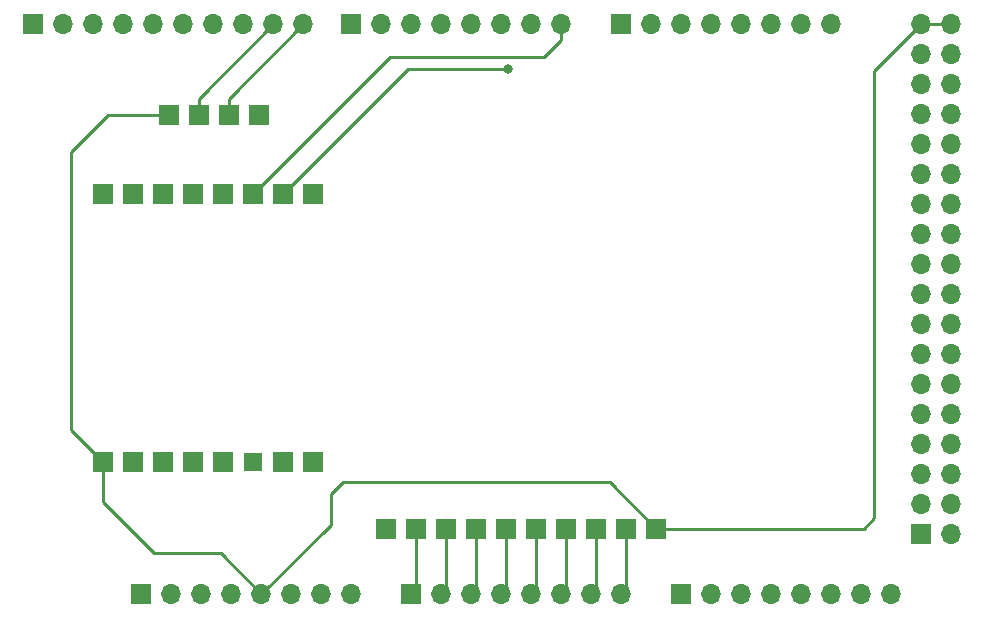
<source format=gbr>
%TF.GenerationSoftware,KiCad,Pcbnew,(6.0.7)*%
%TF.CreationDate,2022-08-30T16:18:00+09:00*%
%TF.ProjectId,jongseol,6a6f6e67-7365-46f6-9c2e-6b696361645f,rev?*%
%TF.SameCoordinates,Original*%
%TF.FileFunction,Copper,L1,Top*%
%TF.FilePolarity,Positive*%
%FSLAX46Y46*%
G04 Gerber Fmt 4.6, Leading zero omitted, Abs format (unit mm)*
G04 Created by KiCad (PCBNEW (6.0.7)) date 2022-08-30 16:18:00*
%MOMM*%
%LPD*%
G01*
G04 APERTURE LIST*
%TA.AperFunction,ComponentPad*%
%ADD10R,1.700000X1.700000*%
%TD*%
%TA.AperFunction,ComponentPad*%
%ADD11O,1.700000X1.700000*%
%TD*%
%TA.AperFunction,ComponentPad*%
%ADD12R,1.524000X1.524000*%
%TD*%
%TA.AperFunction,ViaPad*%
%ADD13C,0.800000*%
%TD*%
%TA.AperFunction,Conductor*%
%ADD14C,0.250000*%
%TD*%
G04 APERTURE END LIST*
D10*
%TO.P,J4,1,Pin_1*%
%TO.N,GND*%
X193980000Y-92380000D03*
D11*
%TO.P,J4,2,Pin_2*%
X196520000Y-92380000D03*
%TO.P,J4,3,Pin_3*%
%TO.N,/\u002A52*%
X193980000Y-89840000D03*
%TO.P,J4,4,Pin_4*%
%TO.N,/53*%
X196520000Y-89840000D03*
%TO.P,J4,5,Pin_5*%
%TO.N,/50*%
X193980000Y-87300000D03*
%TO.P,J4,6,Pin_6*%
%TO.N,/51*%
X196520000Y-87300000D03*
%TO.P,J4,7,Pin_7*%
%TO.N,/48*%
X193980000Y-84760000D03*
%TO.P,J4,8,Pin_8*%
%TO.N,/49*%
X196520000Y-84760000D03*
%TO.P,J4,9,Pin_9*%
%TO.N,/\u002A46*%
X193980000Y-82220000D03*
%TO.P,J4,10,Pin_10*%
%TO.N,/47*%
X196520000Y-82220000D03*
%TO.P,J4,11,Pin_11*%
%TO.N,/\u002A44*%
X193980000Y-79680000D03*
%TO.P,J4,12,Pin_12*%
%TO.N,/\u002A45*%
X196520000Y-79680000D03*
%TO.P,J4,13,Pin_13*%
%TO.N,/42*%
X193980000Y-77140000D03*
%TO.P,J4,14,Pin_14*%
%TO.N,/43*%
X196520000Y-77140000D03*
%TO.P,J4,15,Pin_15*%
%TO.N,/40*%
X193980000Y-74600000D03*
%TO.P,J4,16,Pin_16*%
%TO.N,/41*%
X196520000Y-74600000D03*
%TO.P,J4,17,Pin_17*%
%TO.N,/38*%
X193980000Y-72060000D03*
%TO.P,J4,18,Pin_18*%
%TO.N,/39*%
X196520000Y-72060000D03*
%TO.P,J4,19,Pin_19*%
%TO.N,/36*%
X193980000Y-69520000D03*
%TO.P,J4,20,Pin_20*%
%TO.N,/37*%
X196520000Y-69520000D03*
%TO.P,J4,21,Pin_21*%
%TO.N,/34*%
X193980000Y-66980000D03*
%TO.P,J4,22,Pin_22*%
%TO.N,/35*%
X196520000Y-66980000D03*
%TO.P,J4,23,Pin_23*%
%TO.N,/32*%
X193980000Y-64440000D03*
%TO.P,J4,24,Pin_24*%
%TO.N,/33*%
X196520000Y-64440000D03*
%TO.P,J4,25,Pin_25*%
%TO.N,/30*%
X193980000Y-61900000D03*
%TO.P,J4,26,Pin_26*%
%TO.N,/31*%
X196520000Y-61900000D03*
%TO.P,J4,27,Pin_27*%
%TO.N,/28*%
X193980000Y-59360000D03*
%TO.P,J4,28,Pin_28*%
%TO.N,/29*%
X196520000Y-59360000D03*
%TO.P,J4,29,Pin_29*%
%TO.N,/26*%
X193980000Y-56820000D03*
%TO.P,J4,30,Pin_30*%
%TO.N,/27*%
X196520000Y-56820000D03*
%TO.P,J4,31,Pin_31*%
%TO.N,/24*%
X193980000Y-54280000D03*
%TO.P,J4,32,Pin_32*%
%TO.N,/25*%
X196520000Y-54280000D03*
%TO.P,J4,33,Pin_33*%
%TO.N,/22*%
X193980000Y-51740000D03*
%TO.P,J4,34,Pin_34*%
%TO.N,/23*%
X196520000Y-51740000D03*
%TO.P,J4,35,Pin_35*%
%TO.N,+5V*%
X193980000Y-49200000D03*
%TO.P,J4,36,Pin_36*%
X196520000Y-49200000D03*
%TD*%
D10*
%TO.P,J1,1,Pin_1*%
%TO.N,unconnected-(J1-Pad1)*%
X127940000Y-97460000D03*
D11*
%TO.P,J1,2,Pin_2*%
%TO.N,/IOREF*%
X130480000Y-97460000D03*
%TO.P,J1,3,Pin_3*%
%TO.N,/~{RESET}*%
X133020000Y-97460000D03*
%TO.P,J1,4,Pin_4*%
%TO.N,+3V3*%
X135560000Y-97460000D03*
%TO.P,J1,5,Pin_5*%
%TO.N,+5V*%
X138100000Y-97460000D03*
%TO.P,J1,6,Pin_6*%
%TO.N,GND*%
X140640000Y-97460000D03*
%TO.P,J1,7,Pin_7*%
X143180000Y-97460000D03*
%TO.P,J1,8,Pin_8*%
%TO.N,VCC*%
X145720000Y-97460000D03*
%TD*%
D10*
%TO.P,J2,1,Pin_1*%
%TO.N,Relay_1*%
X150800000Y-97460000D03*
D11*
%TO.P,J2,2,Pin_2*%
%TO.N,Relay_2*%
X153340000Y-97460000D03*
%TO.P,J2,3,Pin_3*%
%TO.N,Relay_3*%
X155880000Y-97460000D03*
%TO.P,J2,4,Pin_4*%
%TO.N,Relay_4*%
X158420000Y-97460000D03*
%TO.P,J2,5,Pin_5*%
%TO.N,Relay_5*%
X160960000Y-97460000D03*
%TO.P,J2,6,Pin_6*%
%TO.N,Relay_6*%
X163500000Y-97460000D03*
%TO.P,J2,7,Pin_7*%
%TO.N,Relay_7*%
X166040000Y-97460000D03*
%TO.P,J2,8,Pin_8*%
%TO.N,Relay_8*%
X168580000Y-97460000D03*
%TD*%
D10*
%TO.P,J3,1,Pin_1*%
%TO.N,/A8*%
X173660000Y-97460000D03*
D11*
%TO.P,J3,2,Pin_2*%
%TO.N,/A9*%
X176200000Y-97460000D03*
%TO.P,J3,3,Pin_3*%
%TO.N,/A10*%
X178740000Y-97460000D03*
%TO.P,J3,4,Pin_4*%
%TO.N,/A11*%
X181280000Y-97460000D03*
%TO.P,J3,5,Pin_5*%
%TO.N,/A12*%
X183820000Y-97460000D03*
%TO.P,J3,6,Pin_6*%
%TO.N,/A13*%
X186360000Y-97460000D03*
%TO.P,J3,7,Pin_7*%
%TO.N,/A14*%
X188900000Y-97460000D03*
%TO.P,J3,8,Pin_8*%
%TO.N,/A15*%
X191440000Y-97460000D03*
%TD*%
D10*
%TO.P,J5,1,Pin_1*%
%TO.N,/SCL{slash}21*%
X118796000Y-49200000D03*
D11*
%TO.P,J5,2,Pin_2*%
%TO.N,/SDA{slash}20*%
X121336000Y-49200000D03*
%TO.P,J5,3,Pin_3*%
%TO.N,/AREF*%
X123876000Y-49200000D03*
%TO.P,J5,4,Pin_4*%
%TO.N,GND*%
X126416000Y-49200000D03*
%TO.P,J5,5,Pin_5*%
%TO.N,/\u002A13*%
X128956000Y-49200000D03*
%TO.P,J5,6,Pin_6*%
%TO.N,/\u002A12*%
X131496000Y-49200000D03*
%TO.P,J5,7,Pin_7*%
%TO.N,/\u002A11*%
X134036000Y-49200000D03*
%TO.P,J5,8,Pin_8*%
%TO.N,/\u002A10*%
X136576000Y-49200000D03*
%TO.P,J5,9,Pin_9*%
%TO.N,Trig*%
X139116000Y-49200000D03*
%TO.P,J5,10,Pin_10*%
%TO.N,Echo*%
X141656000Y-49200000D03*
%TD*%
D10*
%TO.P,J6,1,Pin_1*%
%TO.N,/\u002A7*%
X145720000Y-49200000D03*
D11*
%TO.P,J6,2,Pin_2*%
%TO.N,/\u002A6*%
X148260000Y-49200000D03*
%TO.P,J6,3,Pin_3*%
%TO.N,/\u002A5*%
X150800000Y-49200000D03*
%TO.P,J6,4,Pin_4*%
%TO.N,/\u002A4*%
X153340000Y-49200000D03*
%TO.P,J6,5,Pin_5*%
%TO.N,/\u002A3*%
X155880000Y-49200000D03*
%TO.P,J6,6,Pin_6*%
%TO.N,/\u002A2*%
X158420000Y-49200000D03*
%TO.P,J6,7,Pin_7*%
%TO.N,TX*%
X160960000Y-49200000D03*
%TO.P,J6,8,Pin_8*%
%TO.N,RX*%
X163500000Y-49200000D03*
%TD*%
D10*
%TO.P,J7,1,Pin_1*%
%TO.N,/TX3{slash}14*%
X168580000Y-49200000D03*
D11*
%TO.P,J7,2,Pin_2*%
%TO.N,/RX3{slash}15*%
X171120000Y-49200000D03*
%TO.P,J7,3,Pin_3*%
%TO.N,/TX2{slash}16*%
X173660000Y-49200000D03*
%TO.P,J7,4,Pin_4*%
%TO.N,/RX2{slash}17*%
X176200000Y-49200000D03*
%TO.P,J7,5,Pin_5*%
%TO.N,/TX1{slash}18*%
X178740000Y-49200000D03*
%TO.P,J7,6,Pin_6*%
%TO.N,/RX1{slash}19*%
X181280000Y-49200000D03*
%TO.P,J7,7,Pin_7*%
%TO.N,/SDA{slash}20*%
X183820000Y-49200000D03*
%TO.P,J7,8,Pin_8*%
%TO.N,/SCL{slash}21*%
X186360000Y-49200000D03*
%TD*%
D10*
%TO.P,Relay,1,GND*%
%TO.N,GND*%
X148665000Y-91905000D03*
%TO.P,Relay,2,IN1*%
%TO.N,Relay_1*%
X151205000Y-91905000D03*
%TO.P,Relay,3,IN2*%
%TO.N,Relay_2*%
X153745000Y-91905000D03*
%TO.P,Relay,4,IN3*%
%TO.N,Relay_3*%
X156285000Y-91905000D03*
%TO.P,Relay,5,IN4*%
%TO.N,Relay_4*%
X158825000Y-91905000D03*
%TO.P,Relay,6,IN5*%
%TO.N,Relay_5*%
X161365000Y-91905000D03*
%TO.P,Relay,7,IN6*%
%TO.N,Relay_6*%
X163905000Y-91905000D03*
%TO.P,Relay,8,IN7*%
%TO.N,Relay_7*%
X166445000Y-91905000D03*
%TO.P,Relay,9,IN8*%
%TO.N,Relay_8*%
X168985000Y-91905000D03*
%TO.P,Relay,10,VCC*%
%TO.N,+5V*%
X171525000Y-91905000D03*
%TD*%
%TO.P,E1,1,5V*%
%TO.N,+5V*%
X124675000Y-86225000D03*
%TO.P,E1,2,GND*%
%TO.N,GND*%
X127215000Y-86225000D03*
%TO.P,E1,3*%
%TO.N,unconnected-(E1-Pad3)*%
X129755000Y-86225000D03*
%TO.P,E1,4*%
%TO.N,unconnected-(E1-Pad4)*%
X132295000Y-86225000D03*
%TO.P,E1,5*%
%TO.N,unconnected-(E1-Pad5)*%
X134835000Y-86225000D03*
D12*
%TO.P,E1,6*%
%TO.N,unconnected-(E1-Pad6)*%
X137375000Y-86225000D03*
D10*
%TO.P,E1,7*%
%TO.N,unconnected-(E1-Pad7)*%
X139915000Y-86225000D03*
%TO.P,E1,8*%
%TO.N,unconnected-(E1-Pad8)*%
X142455000Y-86225000D03*
%TO.P,E1,9*%
%TO.N,unconnected-(E1-Pad9)*%
X142455000Y-63585000D03*
%TO.P,E1,10,TX*%
%TO.N,TX*%
X139915000Y-63585000D03*
%TO.P,E1,11,RX*%
%TO.N,RX*%
X137375000Y-63585000D03*
%TO.P,E1,12*%
%TO.N,unconnected-(E1-Pad12)*%
X134835000Y-63585000D03*
%TO.P,E1,13*%
%TO.N,unconnected-(E1-Pad13)*%
X132295000Y-63585000D03*
%TO.P,E1,14*%
%TO.N,unconnected-(E1-Pad14)*%
X129755000Y-63585000D03*
%TO.P,E1,15*%
%TO.N,unconnected-(E1-Pad15)*%
X127215000Y-63585000D03*
%TO.P,E1,16*%
%TO.N,unconnected-(E1-Pad16)*%
X124675000Y-63585000D03*
%TD*%
%TO.P,Ultrasonic,1,VCC*%
%TO.N,+5V*%
X130285000Y-56905000D03*
%TO.P,Ultrasonic,2,Trig*%
%TO.N,Trig*%
X132825000Y-56905000D03*
%TO.P,Ultrasonic,3,Echo*%
%TO.N,Echo*%
X135365000Y-56905000D03*
%TO.P,Ultrasonic,4,GND*%
%TO.N,GND*%
X137905000Y-56905000D03*
%TD*%
D13*
%TO.N,TX*%
X159000000Y-53000000D03*
%TD*%
D14*
%TO.N,+5V*%
X124675000Y-89675000D02*
X129000000Y-94000000D01*
X125095000Y-56905000D02*
X130285000Y-56905000D01*
X134640000Y-94000000D02*
X138100000Y-97460000D01*
X190000000Y-53180000D02*
X190000000Y-91000000D01*
X167620000Y-88000000D02*
X171525000Y-91905000D01*
X122000000Y-60000000D02*
X125095000Y-56905000D01*
X122000000Y-83550000D02*
X124675000Y-86225000D01*
X124675000Y-86225000D02*
X124675000Y-89675000D01*
X189095000Y-91905000D02*
X171525000Y-91905000D01*
X145000000Y-88000000D02*
X167620000Y-88000000D01*
X129000000Y-94000000D02*
X134640000Y-94000000D01*
X193980000Y-49200000D02*
X196520000Y-49200000D01*
X190000000Y-91000000D02*
X189095000Y-91905000D01*
X138100000Y-97460000D02*
X144000000Y-91560000D01*
X193980000Y-49200000D02*
X190000000Y-53180000D01*
X144000000Y-89000000D02*
X145000000Y-88000000D01*
X144000000Y-91560000D02*
X144000000Y-89000000D01*
X122000000Y-60000000D02*
X122000000Y-83550000D01*
%TO.N,TX*%
X139915000Y-63585000D02*
X150500000Y-53000000D01*
X150500000Y-53000000D02*
X159000000Y-53000000D01*
%TO.N,RX*%
X162000000Y-52000000D02*
X163500000Y-50500000D01*
X148960000Y-52000000D02*
X162000000Y-52000000D01*
X163500000Y-50500000D02*
X163500000Y-49200000D01*
X137375000Y-63585000D02*
X148960000Y-52000000D01*
%TO.N,Relay_1*%
X151205000Y-91905000D02*
X151205000Y-97055000D01*
X151205000Y-97055000D02*
X150800000Y-97460000D01*
%TO.N,Relay_2*%
X153745000Y-97055000D02*
X153340000Y-97460000D01*
X153745000Y-91905000D02*
X153745000Y-97055000D01*
%TO.N,Relay_3*%
X156285000Y-97055000D02*
X155880000Y-97460000D01*
X156285000Y-91905000D02*
X156285000Y-97055000D01*
%TO.N,Relay_4*%
X158825000Y-91905000D02*
X158825000Y-97055000D01*
X158825000Y-97055000D02*
X158420000Y-97460000D01*
%TO.N,Relay_5*%
X161365000Y-91905000D02*
X161365000Y-97055000D01*
X161365000Y-97055000D02*
X160960000Y-97460000D01*
%TO.N,Relay_6*%
X163905000Y-91905000D02*
X163905000Y-97055000D01*
X163905000Y-97055000D02*
X163500000Y-97460000D01*
%TO.N,Relay_7*%
X166445000Y-91905000D02*
X166445000Y-97055000D01*
X166445000Y-97055000D02*
X166040000Y-97460000D01*
%TO.N,Relay_8*%
X168985000Y-91905000D02*
X168985000Y-97055000D01*
X168985000Y-97055000D02*
X168580000Y-97460000D01*
%TO.N,Trig*%
X132825000Y-55491000D02*
X139116000Y-49200000D01*
X132825000Y-55491000D02*
X132825000Y-56905000D01*
%TO.N,Echo*%
X135365000Y-55491000D02*
X141656000Y-49200000D01*
X135365000Y-55491000D02*
X135365000Y-56905000D01*
%TD*%
M02*

</source>
